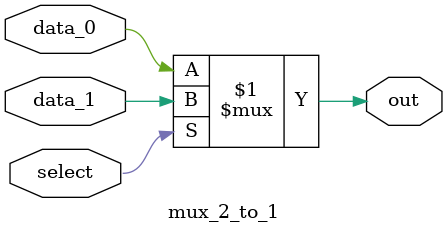
<source format=v>
module mux_2_to_1 (
    select,
    data_0,
    data_1,
    out
);

    input select;
    input data_0;
    input data_1;
    output out;

    assign out = select ? data_1 : data_0;

endmodule
</source>
